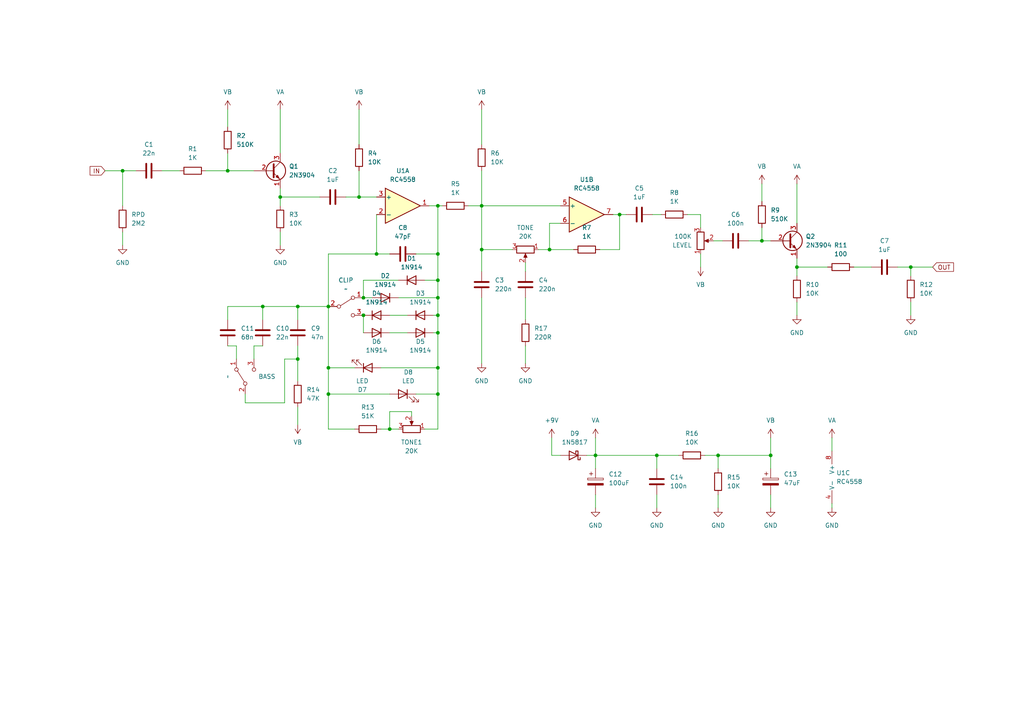
<source format=kicad_sch>
(kicad_sch (version 20230121) (generator eeschema)
  (paper "A4")
  (lib_symbols
    (symbol "+9V_1" (power) (pin_names (offset 0))
      (property "Value" "VA" (at 0 5.08 0))
      (symbol "+9V_1_0_1"
        (polyline (pts (xy -0.762 1.27) (xy 0 2.54)))
        (polyline (pts (xy 0 0) (xy 0 2.54)))
        (polyline (pts (xy 0 2.54) (xy 0.762 1.27)))
      )
      (symbol "+9V_1_1_1"
        (pin power_in line (at 0 0 90) (length 0) hide (name "VA") (number "1"))
      )
    )
    (symbol "+9V_2" (power) (pin_names (offset 0))
      (property "Value" "+9V_2" (at 0 5.08 0))
      (symbol "+9V_2_0_1"
        (polyline (pts (xy -0.762 1.27) (xy 0 2.54)))
        (polyline (pts (xy 0 0) (xy 0 2.54)))
        (polyline (pts (xy 0 2.54) (xy 0.762 1.27)))
      )
      (symbol "+9V_2_1_1"
        (pin power_in line (at 0 0 90) (length 0) hide (name "VB") (number "1"))
      )
    )
    (symbol "Amplifier_Operational:RC4558" (pin_names (offset 0.127))
      (property "Reference" "U" (at 0 5.08 0))
      (property "Value" "RC4558" (at 0 -5.08 0))
      (symbol "RC4558_1_1"
        (polyline (pts (xy -5.08 5.08) (xy 5.08 0) (xy -5.08 -5.08) (xy -5.08 5.08)) (stroke (width 0.254)) (fill (type background)))
        (pin output line (at 7.62 0 180) (length 2.54) (name "~") (number "1"))
        (pin input line (at -7.62 -2.54 0) (length 2.54) (name "-") (number "2"))
        (pin input line (at -7.62 2.54 0) (length 2.54) (name "+") (number "3"))
      )
      (symbol "RC4558_2_1"
        (polyline (pts (xy -5.08 5.08) (xy 5.08 0) (xy -5.08 -5.08) (xy -5.08 5.08)) (stroke (width 0.254)) (fill (type background)))
        (pin input line (at -7.62 2.54 0) (length 2.54) (name "+") (number "5"))
        (pin input line (at -7.62 -2.54 0) (length 2.54) (name "-") (number "6"))
        (pin output line (at 7.62 0 180) (length 2.54) (name "~") (number "7"))
      )
      (symbol "RC4558_3_1"
        (pin power_in line (at -2.54 -7.62 90) (length 3.81) (name "V-") (number "4"))
        (pin power_in line (at -2.54 7.62 270) (length 3.81) (name "V+") (number "8"))
      )
    )
    (symbol "Device:C" (pin_numbers hide) (pin_names (offset 0.254))
      (property "Reference" "C" (at 0.635 2.54 0))
      (property "Value" "C" (at 0.635 -2.54 0))
      (symbol "C_0_1"
        (polyline (pts (xy -2.032 -0.762) (xy 2.032 -0.762)) (stroke (width 0.508)))
        (polyline (pts (xy -2.032 0.762) (xy 2.032 0.762)) (stroke (width 0.508)))
      )
      (symbol "C_1_1"
        (pin passive line (at 0 3.81 270) (length 2.794) (name "~") (number "1"))
        (pin passive line (at 0 -3.81 90) (length 2.794) (name "~") (number "2"))
      )
    )
    (symbol "Device:C_Polarized" (pin_numbers hide) (pin_names (offset 0.254))
      (property "Reference" "C" (at 0.635 2.54 0))
      (property "Value" "C_Polarized" (at 0.635 -2.54 0))
      (symbol "C_Polarized_0_1"
        (rectangle (start -2.286 0.508) (end 2.286 1.016))
        (polyline (pts (xy -1.778 2.286) (xy -0.762 2.286)))
        (polyline (pts (xy -1.27 2.794) (xy -1.27 1.778)))
        (rectangle (start 2.286 -0.508) (end -2.286 -1.016) (fill (type outline)))
      )
      (symbol "C_Polarized_1_1"
        (pin passive line (at 0 3.81 270) (length 2.794) (name "~") (number "1"))
        (pin passive line (at 0 -3.81 90) (length 2.794) (name "~") (number "2"))
      )
    )
    (symbol "Device:LED" (pin_numbers hide) (pin_names (offset 1.016) hide)
      (property "Reference" "D" (at 0 2.54 0))
      (property "Value" "LED" (at 0 -2.54 0))
      (symbol "LED_0_1"
        (polyline (pts (xy -1.27 -1.27) (xy -1.27 1.27)) (stroke (width 0.254)))
        (polyline (pts (xy -1.27 0) (xy 1.27 0)))
        (polyline (pts (xy 1.27 -1.27) (xy 1.27 1.27) (xy -1.27 0) (xy 1.27 -1.27)) (stroke (width 0.254)))
        (polyline (pts (xy -3.048 -0.762) (xy -4.572 -2.286) (xy -3.81 -2.286) (xy -4.572 -2.286) (xy -4.572 -1.524)))
        (polyline (pts (xy -1.778 -0.762) (xy -3.302 -2.286) (xy -2.54 -2.286) (xy -3.302 -2.286) (xy -3.302 -1.524)))
      )
      (symbol "LED_1_1"
        (pin passive line (at -3.81 0 0) (length 2.54) (name "K") (number "1"))
        (pin passive line (at 3.81 0 180) (length 2.54) (name "A") (number "2"))
      )
    )
    (symbol "Device:R" (pin_numbers hide) (pin_names (offset 0))
      (property "Reference" "R" (at 2.032 0 90))
      (property "Value" "R" (at 0 0 90))
      (symbol "R_0_1"
        (rectangle (start -1.016 -2.54) (end 1.016 2.54) (stroke (width 0.254)))
      )
      (symbol "R_1_1"
        (pin passive line (at 0 3.81 270) (length 1.27) (name "~") (number "1"))
        (pin passive line (at 0 -3.81 90) (length 1.27) (name "~") (number "2"))
      )
    )
    (symbol "Device:R_Potentiometer" (pin_names (offset 1.016) hide)
      (property "Reference" "RV" (at -4.445 0 90))
      (property "Value" "R_Potentiometer" (at -2.54 0 90))
      (symbol "R_Potentiometer_0_1"
        (polyline (pts (xy 2.54 0) (xy 1.524 0)))
        (polyline (pts (xy 1.143 0) (xy 2.286 0.508) (xy 2.286 -0.508) (xy 1.143 0)) (fill (type outline)))
        (rectangle (start 1.016 2.54) (end -1.016 -2.54) (stroke (width 0.254)))
      )
      (symbol "R_Potentiometer_1_1"
        (pin passive line (at 0 3.81 270) (length 1.27) (name "1") (number "1"))
        (pin passive line (at 3.81 0 180) (length 1.27) (name "2") (number "2"))
        (pin passive line (at 0 -3.81 90) (length 1.27) (name "3") (number "3"))
      )
    )
    (symbol "Diode:1N5817" (pin_numbers hide) (pin_names (offset 1.016) hide)
      (property "Reference" "D" (at 0 2.54 0))
      (property "Value" "1N5817" (at 0 -2.54 0))
      (symbol "1N5817_0_1"
        (polyline (pts (xy 1.27 0) (xy -1.27 0)))
        (polyline (pts (xy 1.27 1.27) (xy 1.27 -1.27) (xy -1.27 0) (xy 1.27 1.27)) (stroke (width 0.254)))
        (polyline (pts (xy -1.905 0.635) (xy -1.905 1.27) (xy -1.27 1.27) (xy -1.27 -1.27) (xy -0.635 -1.27) (xy -0.635 -0.635)) (stroke (width 0.254)))
      )
      (symbol "1N5817_1_1"
        (pin passive line (at -3.81 0 0) (length 2.54) (name "K") (number "1"))
        (pin passive line (at 3.81 0 180) (length 2.54) (name "A") (number "2"))
      )
    )
    (symbol "Diode:1N914" (pin_numbers hide) (pin_names hide)
      (property "Reference" "D" (at 0 2.54 0))
      (property "Value" "1N914" (at 0 -2.54 0))
      (symbol "1N914_0_1"
        (polyline (pts (xy -1.27 1.27) (xy -1.27 -1.27)) (stroke (width 0.254)))
        (polyline (pts (xy 1.27 0) (xy -1.27 0)))
        (polyline (pts (xy 1.27 1.27) (xy 1.27 -1.27) (xy -1.27 0) (xy 1.27 1.27)) (stroke (width 0.254)))
      )
      (symbol "1N914_1_1"
        (pin passive line (at -3.81 0 0) (length 2.54) (name "K") (number "1"))
        (pin passive line (at 3.81 0 180) (length 2.54) (name "A") (number "2"))
      )
    )
    (symbol "Switch:SW_SPDT" (pin_names (offset 0) hide)
      (property "Reference" "SW" (at 0 4.318 0))
      (property "Value" "SW_SPDT" (at 0 -5.08 0))
      (symbol "SW_SPDT_0_0"
        (circle (center -2.032 0) (radius 0.508))
        (circle (center 2.032 -2.54) (radius 0.508))
      )
      (symbol "SW_SPDT_0_1"
        (polyline (pts (xy -1.524 0.254) (xy 1.651 2.286)))
        (circle (center 2.032 2.54) (radius 0.508))
      )
      (symbol "SW_SPDT_1_1"
        (pin passive line (at 5.08 2.54 180) (length 2.54) (name "A") (number "1"))
        (pin passive line (at -5.08 0 0) (length 2.54) (name "B") (number "2"))
        (pin passive line (at 5.08 -2.54 180) (length 2.54) (name "C") (number "3"))
      )
    )
    (symbol "Transistor_BJT:2N3904" (pin_names (offset 0) hide)
      (property "Reference" "Q" (at 5.08 1.905 0))
      (property "Value" "2N3904" (at 5.08 0 0))
      (symbol "2N3904_0_1"
        (polyline (pts (xy 0.635 0.635) (xy 2.54 2.54)))
        (polyline (pts (xy 0.635 -0.635) (xy 2.54 -2.54) (xy 2.54 -2.54)))
        (polyline (pts (xy 0.635 1.905) (xy 0.635 -1.905) (xy 0.635 -1.905)) (stroke (width 0.508)))
        (polyline (pts (xy 1.27 -1.778) (xy 1.778 -1.27) (xy 2.286 -2.286) (xy 1.27 -1.778) (xy 1.27 -1.778)) (fill (type outline)))
        (circle (center 1.27 0) (radius 2.8194) (stroke (width 0.254)))
      )
      (symbol "2N3904_1_1"
        (pin passive line (at 2.54 -5.08 90) (length 2.54) (name "E") (number "1"))
        (pin passive line (at -5.08 0 0) (length 5.715) (name "B") (number "2"))
        (pin passive line (at 2.54 5.08 270) (length 2.54) (name "C") (number "3"))
      )
    )
    (symbol "power:+9V" (power) (pin_names (offset 0))
      (property "Value" "+9V" (at 0 3.556 0))
      (symbol "+9V_0_1"
        (polyline (pts (xy -0.762 1.27) (xy 0 2.54)))
        (polyline (pts (xy 0 0) (xy 0 2.54)))
        (polyline (pts (xy 0 2.54) (xy 0.762 1.27)))
      )
      (symbol "+9V_1_1"
        (pin power_in line (at 0 0 90) (length 0) hide (name "+9V") (number "1"))
      )
    )
    (symbol "power:GND" (power) (pin_names (offset 0))
      (property "Value" "GND" (at 0 -3.81 0))
      (symbol "GND_0_1"
        (polyline (pts (xy 0 0) (xy 0 -1.27) (xy 1.27 -1.27) (xy 0 -2.54) (xy -1.27 -1.27) (xy 0 -1.27)))
      )
      (symbol "GND_1_1"
        (pin power_in line (at 0 0 270) (length 0) hide (name "GND") (number "1"))
      )
    )
  )
  (junction (at 113.03 124.46))
  (junction (at 159.385 72.39))
  (junction (at 127 59.69))
  (junction (at 223.52 132.08))
  (junction (at 81.28 57.15))
  (junction (at 127 73.66))
  (junction (at 127 106.68))
  (junction (at 220.98 69.85))
  (junction (at 127 114.3))
  (junction (at 86.36 88.9))
  (junction (at 95.25 88.9))
  (junction (at 190.5 132.08))
  (junction (at 231.14 77.47))
  (junction (at 105.41 86.36))
  (junction (at 127 86.36))
  (junction (at 76.2 88.9))
  (junction (at 104.14 57.15))
  (junction (at 109.22 73.66))
  (junction (at 95.25 114.3))
  (junction (at 172.72 132.08))
  (junction (at 95.25 106.68))
  (junction (at 105.41 91.44))
  (junction (at 35.56 49.53))
  (junction (at 86.36 104.14))
  (junction (at 139.7 59.69))
  (junction (at 127 96.52))
  (junction (at 127 91.44))
  (junction (at 66.04 49.53))
  (junction (at 139.7 72.39))
  (junction (at 179.705 62.23))
  (junction (at 208.28 132.08))
  (junction (at 264.16 77.47))
  (junction (at 127 81.28))
  (wire (pts (xy 177.8 62.23) (xy 179.705 62.23)))
  (wire (pts (xy 66.04 88.9) (xy 66.04 92.71)))
  (wire (pts (xy 127 59.69) (xy 127 73.66)))
  (wire (pts (xy 189.23 62.23) (xy 191.77 62.23)))
  (wire (pts (xy 110.49 106.68) (xy 127 106.68)))
  (wire (pts (xy 66.04 31.75) (xy 66.04 36.83)))
  (wire (pts (xy 139.7 59.69) (xy 139.7 72.39)))
  (wire (pts (xy 82.55 116.84) (xy 82.55 104.14)))
  (wire (pts (xy 71.12 114.3) (xy 71.12 116.84)))
  (wire (pts (xy 127 73.66) (xy 120.65 73.66)))
  (wire (pts (xy 264.16 87.63) (xy 264.16 91.44)))
  (wire (pts (xy 159.385 72.39) (xy 166.37 72.39)))
  (wire (pts (xy 86.36 88.9) (xy 86.36 92.71)))
  (wire (pts (xy 127 91.44) (xy 127 96.52)))
  (wire (pts (xy 220.98 53.34) (xy 220.98 58.42)))
  (wire (pts (xy 231.14 53.34) (xy 231.14 64.77)))
  (wire (pts (xy 241.3 146.05) (xy 241.3 147.32)))
  (wire (pts (xy 95.25 114.3) (xy 95.25 106.68)))
  (wire (pts (xy 127 86.36) (xy 127 91.44)))
  (wire (pts (xy 86.36 118.11) (xy 86.36 123.19)))
  (wire (pts (xy 127 114.3) (xy 127 124.46)))
  (wire (pts (xy 223.52 127) (xy 223.52 132.08)))
  (wire (pts (xy 179.705 62.23) (xy 181.61 62.23)))
  (wire (pts (xy 231.14 74.93) (xy 231.14 77.47)))
  (wire (pts (xy 127 59.69) (xy 128.27 59.69)))
  (wire (pts (xy 113.03 124.46) (xy 113.03 119.38)))
  (wire (pts (xy 124.46 59.69) (xy 127 59.69)))
  (wire (pts (xy 203.2 73.66) (xy 203.2 77.47)))
  (wire (pts (xy 95.25 73.66) (xy 95.25 88.9)))
  (wire (pts (xy 119.38 119.38) (xy 119.38 120.65)))
  (wire (pts (xy 109.22 73.66) (xy 113.03 73.66)))
  (wire (pts (xy 81.28 67.31) (xy 81.28 71.12)))
  (wire (pts (xy 190.5 143.51) (xy 190.5 147.32)))
  (wire (pts (xy 81.28 54.61) (xy 81.28 57.15)))
  (wire (pts (xy 139.7 72.39) (xy 139.7 78.74)))
  (wire (pts (xy 66.04 49.53) (xy 73.66 49.53)))
  (wire (pts (xy 59.69 49.53) (xy 66.04 49.53)))
  (wire (pts (xy 35.56 67.31) (xy 35.56 71.12)))
  (wire (pts (xy 223.52 143.51) (xy 223.52 147.32)))
  (wire (pts (xy 39.37 49.53) (xy 35.56 49.53)))
  (wire (pts (xy 152.4 100.33) (xy 152.4 105.41)))
  (wire (pts (xy 73.66 100.33) (xy 73.66 104.14)))
  (wire (pts (xy 68.58 100.33) (xy 68.58 104.14)))
  (wire (pts (xy 127 73.66) (xy 127 81.28)))
  (wire (pts (xy 86.36 88.9) (xy 76.2 88.9)))
  (wire (pts (xy 81.28 31.75) (xy 81.28 44.45)))
  (wire (pts (xy 110.49 124.46) (xy 113.03 124.46)))
  (wire (pts (xy 139.7 59.69) (xy 162.56 59.69)))
  (wire (pts (xy 46.99 49.53) (xy 52.07 49.53)))
  (wire (pts (xy 115.57 86.36) (xy 127 86.36)))
  (wire (pts (xy 190.5 132.08) (xy 190.5 135.89)))
  (wire (pts (xy 105.41 86.36) (xy 107.95 86.36)))
  (wire (pts (xy 159.385 64.77) (xy 159.385 72.39)))
  (wire (pts (xy 152.4 86.36) (xy 152.4 92.71)))
  (wire (pts (xy 113.03 124.46) (xy 115.57 124.46)))
  (wire (pts (xy 109.22 73.66) (xy 95.25 73.66)))
  (wire (pts (xy 105.41 91.44) (xy 105.41 96.52)))
  (wire (pts (xy 179.705 72.39) (xy 173.99 72.39)))
  (wire (pts (xy 204.47 132.08) (xy 208.28 132.08)))
  (wire (pts (xy 208.28 132.08) (xy 223.52 132.08)))
  (wire (pts (xy 66.04 44.45) (xy 66.04 49.53)))
  (wire (pts (xy 208.28 132.08) (xy 208.28 135.89)))
  (wire (pts (xy 82.55 104.14) (xy 86.36 104.14)))
  (wire (pts (xy 223.52 132.08) (xy 223.52 135.89)))
  (wire (pts (xy 86.36 104.14) (xy 86.36 110.49)))
  (wire (pts (xy 160.02 127) (xy 160.02 132.08)))
  (wire (pts (xy 139.7 31.75) (xy 139.7 41.91)))
  (wire (pts (xy 95.25 106.68) (xy 102.87 106.68)))
  (wire (pts (xy 102.87 124.46) (xy 95.25 124.46)))
  (wire (pts (xy 35.56 49.53) (xy 35.56 59.69)))
  (wire (pts (xy 95.25 88.9) (xy 95.25 106.68)))
  (wire (pts (xy 208.28 143.51) (xy 208.28 147.32)))
  (wire (pts (xy 179.705 62.23) (xy 179.705 72.39)))
  (wire (pts (xy 170.18 132.08) (xy 172.72 132.08)))
  (wire (pts (xy 104.14 57.15) (xy 109.22 57.15)))
  (wire (pts (xy 199.39 62.23) (xy 203.2 62.23)))
  (wire (pts (xy 109.22 62.23) (xy 109.22 73.66)))
  (wire (pts (xy 127 81.28) (xy 127 86.36)))
  (wire (pts (xy 160.02 132.08) (xy 162.56 132.08)))
  (wire (pts (xy 247.65 77.47) (xy 252.73 77.47)))
  (wire (pts (xy 81.28 57.15) (xy 81.28 59.69)))
  (wire (pts (xy 66.04 100.33) (xy 68.58 100.33)))
  (wire (pts (xy 125.73 91.44) (xy 127 91.44)))
  (wire (pts (xy 172.72 132.08) (xy 190.5 132.08)))
  (wire (pts (xy 190.5 132.08) (xy 196.85 132.08)))
  (wire (pts (xy 162.56 64.77) (xy 159.385 64.77)))
  (wire (pts (xy 125.73 96.52) (xy 127 96.52)))
  (wire (pts (xy 264.16 77.47) (xy 264.16 80.01)))
  (wire (pts (xy 86.36 100.33) (xy 86.36 104.14)))
  (wire (pts (xy 71.12 116.84) (xy 82.55 116.84)))
  (wire (pts (xy 172.72 143.51) (xy 172.72 147.32)))
  (wire (pts (xy 105.41 81.28) (xy 105.41 86.36)))
  (wire (pts (xy 95.25 124.46) (xy 95.25 114.3)))
  (wire (pts (xy 120.65 114.3) (xy 127 114.3)))
  (wire (pts (xy 113.03 114.3) (xy 95.25 114.3)))
  (wire (pts (xy 152.4 76.2) (xy 152.4 78.74)))
  (wire (pts (xy 260.35 77.47) (xy 264.16 77.47)))
  (wire (pts (xy 220.98 69.85) (xy 223.52 69.85)))
  (wire (pts (xy 127 106.68) (xy 127 114.3)))
  (wire (pts (xy 76.2 88.9) (xy 66.04 88.9)))
  (wire (pts (xy 139.7 86.36) (xy 139.7 105.41)))
  (wire (pts (xy 113.03 119.38) (xy 119.38 119.38)))
  (wire (pts (xy 76.2 100.33) (xy 73.66 100.33)))
  (wire (pts (xy 203.2 62.23) (xy 203.2 66.04)))
  (wire (pts (xy 135.89 59.69) (xy 139.7 59.69)))
  (wire (pts (xy 113.03 91.44) (xy 118.11 91.44)))
  (wire (pts (xy 217.17 69.85) (xy 220.98 69.85)))
  (wire (pts (xy 139.7 49.53) (xy 139.7 59.69)))
  (wire (pts (xy 264.16 77.47) (xy 270.51 77.47)))
  (wire (pts (xy 220.98 66.04) (xy 220.98 69.85)))
  (wire (pts (xy 104.14 49.53) (xy 104.14 57.15)))
  (wire (pts (xy 231.14 77.47) (xy 240.03 77.47)))
  (wire (pts (xy 76.2 88.9) (xy 76.2 92.71)))
  (wire (pts (xy 123.19 81.28) (xy 127 81.28)))
  (wire (pts (xy 231.14 87.63) (xy 231.14 91.44)))
  (wire (pts (xy 104.14 31.75) (xy 104.14 41.91)))
  (wire (pts (xy 231.14 77.47) (xy 231.14 80.01)))
  (wire (pts (xy 148.59 72.39) (xy 139.7 72.39)))
  (wire (pts (xy 100.33 57.15) (xy 104.14 57.15)))
  (wire (pts (xy 172.72 132.08) (xy 172.72 135.89)))
  (wire (pts (xy 81.28 57.15) (xy 92.71 57.15)))
  (wire (pts (xy 172.72 127) (xy 172.72 132.08)))
  (wire (pts (xy 30.48 49.53) (xy 35.56 49.53)))
  (wire (pts (xy 241.3 127) (xy 241.3 130.81)))
  (wire (pts (xy 127 124.46) (xy 123.19 124.46)))
  (wire (pts (xy 127 96.52) (xy 127 106.68)))
  (wire (pts (xy 156.21 72.39) (xy 159.385 72.39)))
  (wire (pts (xy 115.57 81.28) (xy 105.41 81.28)))
  (wire (pts (xy 207.01 69.85) (xy 209.55 69.85)))
  (wire (pts (xy 118.11 96.52) (xy 113.03 96.52)))
  (wire (pts (xy 95.25 88.9) (xy 86.36 88.9)))
  (global_label "OUT" (shape input) (at 270.51 77.47 0) (property "Intersheetrefs" "${INTERSHEET_REFS}" (effects hide)))
  (global_label "IN" (shape input) (at 30.48 49.53 180) (property "Intersheetrefs" "${INTERSHEET_REFS}" (effects hide)))
  (symbol (lib_id "power:GND") (at 223.52 147.32 0) (unit 1)
    (property "Reference" "#PWR012" (effects hide))
    (property "Value" "GND" (at 223.52 152.4 0))
  )
  (symbol (lib_id "Device:C") (at 116.84 73.66 90) (unit 1)
    (property "Reference" "C8" (at 116.84 66.04 90))
    (property "Value" "47pF" (at 116.84 68.58 90))
  )
  (symbol (lib_id "Amplifier_Operational:RC4558") (at 170.18 62.23 0) (unit 2)
    (property "Reference" "U1" (at 170.18 52.07 0))
    (property "Value" "RC4558" (at 170.18 54.61 0))
    (property "Datasheet" "http://www.ti.com/lit/ds/symlink/rc4558.pdf" (effects hide))
  )
  (symbol (lib_id "Device:C") (at 185.42 62.23 90) (unit 1)
    (property "Reference" "C5" (at 185.42 54.61 90))
    (property "Value" "1uF" (at 185.42 57.15 90))
  )
  (symbol (lib_id "Device:R") (at 139.7 45.72 180) (unit 1)
    (property "Reference" "R6" (at 142.24 44.45 0) (effects (justify right)))
    (property "Value" "10K" (at 142.24 46.99 0) (effects (justify right)))
  )
  (symbol (lib_id "power:GND") (at 35.56 71.12 0) (unit 1)
    (property "Reference" "#PWR01" (effects hide))
    (property "Value" "GND" (at 35.56 76.2 0))
  )
  (symbol (lib_name "+9V_1") (lib_id "power:+9V") (at 172.72 127 0) (unit 1)
    (property "Reference" "#PWR013" (effects hide))
    (property "Value" "VA" (at 172.72 121.92 0))
  )
  (symbol (lib_id "Diode:1N914") (at 119.38 81.28 0) (unit 1)
    (property "Reference" "D1" (at 119.38 74.93 0))
    (property "Value" "1N914" (at 119.38 77.47 0))
    (property "Footprint" "Diode_THT:D_DO-35_SOD27_P7.62mm_Horizontal" (effects hide))
    (property "Datasheet" "http://www.vishay.com/docs/85622/1n914.pdf" (effects hide))
    (property "Sim.Device" "D" (effects hide))
    (property "Sim.Pins" "1=K 2=A" (effects hide))
  )
  (symbol (lib_id "power:GND") (at 231.14 91.44 0) (unit 1)
    (property "Reference" "#PWR06" (effects hide))
    (property "Value" "GND" (at 231.14 96.52 0))
  )
  (symbol (lib_name "+9V_1") (lib_id "power:+9V") (at 231.14 53.34 0) (unit 1)
    (property "Reference" "#PWR020" (effects hide))
    (property "Value" "VA" (at 231.14 48.26 0))
  )
  (symbol (lib_id "power:GND") (at 172.72 147.32 0) (unit 1)
    (property "Reference" "#PWR09" (effects hide))
    (property "Value" "GND" (at 172.72 152.4 0))
  )
  (symbol (lib_id "power:GND") (at 208.28 147.32 0) (unit 1)
    (property "Reference" "#PWR011" (effects hide))
    (property "Value" "GND" (at 208.28 152.4 0))
  )
  (symbol (lib_id "Device:LED") (at 106.68 106.68 0) (mirror x) (unit 1)
    (property "Reference" "D7" (at 105.0925 113.03 0))
    (property "Value" "LED" (at 105.0925 110.49 0))
  )
  (symbol (lib_id "Transistor_BJT:2N3904") (at 78.74 49.53 0) (unit 1)
    (property "Reference" "Q1" (at 83.82 48.26 0) (effects (justify left)))
    (property "Value" "2N3904" (at 83.82 50.8 0) (effects (justify left)))
    (property "Footprint" "Package_TO_SOT_THT:TO-92_Inline" (effects hide))
    (property "Datasheet" "https://www.onsemi.com/pub/Collateral/2N3903-D.PDF" (effects hide))
  )
  (symbol (lib_id "Device:R") (at 86.36 114.3 180) (unit 1)
    (property "Reference" "R14" (at 88.9 113.03 0) (effects (justify right)))
    (property "Value" "47K" (at 88.9 115.57 0) (effects (justify right)))
  )
  (symbol (lib_name "+9V_2") (lib_id "power:+9V") (at 104.14 31.75 0) (unit 1)
    (property "Reference" "#PWR017" (effects hide))
    (property "Value" "VB" (at 104.14 26.67 0))
  )
  (symbol (lib_id "power:GND") (at 152.4 105.41 0) (unit 1)
    (property "Reference" "#PWR05" (effects hide))
    (property "Value" "GND" (at 152.4 110.49 0))
  )
  (symbol (lib_id "Device:C") (at 43.18 49.53 90) (unit 1)
    (property "Reference" "C1" (at 43.18 41.91 90))
    (property "Value" "22n" (at 43.18 44.45 90))
  )
  (symbol (lib_id "power:+9V") (at 160.02 127 0) (unit 1)
    (property "Reference" "#PWR08" (effects hide))
    (property "Value" "+9V" (at 160.02 121.92 0))
  )
  (symbol (lib_id "Device:R") (at 104.14 45.72 180) (unit 1)
    (property "Reference" "R4" (at 106.68 44.45 0) (effects (justify right)))
    (property "Value" "10K" (at 106.68 46.99 0) (effects (justify right)))
  )
  (symbol (lib_id "Device:C") (at 86.36 96.52 180) (unit 1)
    (property "Reference" "C9" (at 90.17 95.25 0) (effects (justify right)))
    (property "Value" "47n" (at 90.17 97.79 0) (effects (justify right)))
  )
  (symbol (lib_id "Device:C") (at 139.7 82.55 180) (unit 1)
    (property "Reference" "C3" (at 143.51 81.28 0) (effects (justify right)))
    (property "Value" "220n" (at 143.51 83.82 0) (effects (justify right)))
  )
  (symbol (lib_id "Device:C") (at 190.5 139.7 0) (unit 1)
    (property "Reference" "C14" (at 194.31 138.43 0) (effects (justify left)))
    (property "Value" "100n" (at 194.31 140.97 0) (effects (justify left)))
  )
  (symbol (lib_id "Device:R") (at 200.66 132.08 90) (unit 1)
    (property "Reference" "R16" (at 200.66 125.73 90))
    (property "Value" "10K" (at 200.66 128.27 90))
  )
  (symbol (lib_id "Device:LED") (at 116.84 114.3 0) (mirror y) (unit 1)
    (property "Reference" "D8" (at 118.4275 107.95 0))
    (property "Value" "LED" (at 118.4275 110.49 0))
  )
  (symbol (lib_id "Device:C") (at 256.54 77.47 90) (unit 1)
    (property "Reference" "C7" (at 256.54 69.85 90))
    (property "Value" "1uF" (at 256.54 72.39 90))
  )
  (symbol (lib_name "+9V_2") (lib_id "power:+9V") (at 203.2 77.47 180) (unit 1)
    (property "Reference" "#PWR022" (effects hide))
    (property "Value" "VB" (at 203.2 82.55 0))
  )
  (symbol (lib_id "Device:C") (at 152.4 82.55 180) (unit 1)
    (property "Reference" "C4" (at 156.21 81.28 0) (effects (justify right)))
    (property "Value" "220n" (at 156.21 83.82 0) (effects (justify right)))
  )
  (symbol (lib_id "Device:R") (at 106.68 124.46 90) (unit 1)
    (property "Reference" "R13" (at 106.68 118.11 90))
    (property "Value" "51K" (at 106.68 120.65 90))
  )
  (symbol (lib_id "Device:R") (at 81.28 63.5 180) (unit 1)
    (property "Reference" "R3" (at 83.82 62.23 0) (effects (justify right)))
    (property "Value" "10K" (at 83.82 64.77 0) (effects (justify right)))
  )
  (symbol (lib_id "Device:R") (at 35.56 63.5 180) (unit 1)
    (property "Reference" "RPD" (at 38.1 62.23 0) (effects (justify right)))
    (property "Value" "2M2" (at 38.1 64.77 0) (effects (justify right)))
  )
  (symbol (lib_name "+9V_2") (lib_id "power:+9V") (at 86.36 123.19 180) (unit 1)
    (property "Reference" "#PWR021" (effects hide))
    (property "Value" "VB" (at 86.36 128.27 0))
  )
  (symbol (lib_id "Amplifier_Operational:RC4558") (at 243.84 138.43 0) (unit 3)
    (property "Reference" "U1" (at 242.57 137.16 0) (effects (justify left)))
    (property "Value" "RC4558" (at 242.57 139.7 0) (effects (justify left)))
    (property "Datasheet" "http://www.ti.com/lit/ds/symlink/rc4558.pdf" (effects hide))
  )
  (symbol (lib_id "Device:R") (at 220.98 62.23 180) (unit 1)
    (property "Reference" "R9" (at 223.52 60.96 0) (effects (justify right)))
    (property "Value" "510K" (at 223.52 63.5 0) (effects (justify right)))
  )
  (symbol (lib_id "Device:C") (at 76.2 96.52 180) (unit 1)
    (property "Reference" "C10" (at 80.01 95.25 0) (effects (justify right)))
    (property "Value" "22n" (at 80.01 97.79 0) (effects (justify right)))
  )
  (symbol (lib_id "Switch:SW_SPDT") (at 71.12 109.22 90) (unit 1)
    (property "Reference" "BASS" (at 74.93 109.22 90) (effects (justify right)))
    (property "Value" "~" (at 66.04 109.22 0))
  )
  (symbol (lib_name "+9V_1") (lib_id "power:+9V") (at 241.3 127 0) (unit 1)
    (property "Reference" "#PWR023" (effects hide))
    (property "Value" "VA" (at 241.3 121.92 0))
  )
  (symbol (lib_id "Diode:1N914") (at 109.22 91.44 0) (unit 1)
    (property "Reference" "D4" (at 109.22 85.09 0))
    (property "Value" "1N914" (at 109.22 87.63 0))
    (property "Footprint" "Diode_THT:D_DO-35_SOD27_P7.62mm_Horizontal" (effects hide))
    (property "Datasheet" "http://www.vishay.com/docs/85622/1n914.pdf" (effects hide))
    (property "Sim.Device" "D" (effects hide))
    (property "Sim.Pins" "1=K 2=A" (effects hide))
  )
  (symbol (lib_id "Diode:1N5817") (at 166.37 132.08 180) (unit 1)
    (property "Reference" "D9" (at 166.6875 125.73 0))
    (property "Value" "1N5817" (at 166.6875 128.27 0))
    (property "Footprint" "Diode_THT:D_DO-41_SOD81_P10.16mm_Horizontal" (effects hide))
    (property "Datasheet" "http://www.vishay.com/docs/88525/1n5817.pdf" (effects hide))
  )
  (symbol (lib_id "Device:R") (at 152.4 96.52 180) (unit 1)
    (property "Reference" "R17" (at 154.94 95.25 0) (effects (justify right)))
    (property "Value" "220R" (at 154.94 97.79 0) (effects (justify right)))
  )
  (symbol (lib_id "Diode:1N914") (at 121.92 91.44 0) (unit 1)
    (property "Reference" "D3" (at 121.92 85.09 0))
    (property "Value" "1N914" (at 121.92 87.63 0))
    (property "Footprint" "Diode_THT:D_DO-35_SOD27_P7.62mm_Horizontal" (effects hide))
    (property "Datasheet" "http://www.vishay.com/docs/85622/1n914.pdf" (effects hide))
    (property "Sim.Device" "D" (effects hide))
    (property "Sim.Pins" "1=K 2=A" (effects hide))
  )
  (symbol (lib_id "Device:R") (at 243.84 77.47 90) (unit 1)
    (property "Reference" "R11" (at 243.84 71.12 90))
    (property "Value" "100" (at 243.84 73.66 90))
  )
  (symbol (lib_id "power:GND") (at 139.7 105.41 0) (unit 1)
    (property "Reference" "#PWR04" (effects hide))
    (property "Value" "GND" (at 139.7 110.49 0))
  )
  (symbol (lib_id "Device:C_Polarized") (at 172.72 139.7 0) (unit 1)
    (property "Reference" "C12" (at 176.53 137.541 0) (effects (justify left)))
    (property "Value" "100uF" (at 176.53 140.081 0) (effects (justify left)))
  )
  (symbol (lib_id "power:GND") (at 81.28 71.12 0) (unit 1)
    (property "Reference" "#PWR02" (effects hide))
    (property "Value" "GND" (at 81.28 76.2 0))
  )
  (symbol (lib_id "Device:R") (at 66.04 40.64 180) (unit 1)
    (property "Reference" "R2" (at 68.58 39.37 0) (effects (justify right)))
    (property "Value" "510K" (at 68.58 41.91 0) (effects (justify right)))
  )
  (symbol (lib_id "Amplifier_Operational:RC4558") (at 116.84 59.69 0) (unit 1)
    (property "Reference" "U1" (at 116.84 49.53 0))
    (property "Value" "RC4558" (at 116.84 52.07 0))
    (property "Datasheet" "http://www.ti.com/lit/ds/symlink/rc4558.pdf" (effects hide))
  )
  (symbol (lib_id "Device:R") (at 195.58 62.23 90) (unit 1)
    (property "Reference" "R8" (at 195.58 55.88 90))
    (property "Value" "1K" (at 195.58 58.42 90))
  )
  (symbol (lib_id "Diode:1N914") (at 109.22 96.52 180) (unit 1)
    (property "Reference" "D6" (at 109.22 99.06 0))
    (property "Value" "1N914" (at 109.22 101.6 0))
    (property "Footprint" "Diode_THT:D_DO-35_SOD27_P7.62mm_Horizontal" (effects hide))
    (property "Datasheet" "http://www.vishay.com/docs/85622/1n914.pdf" (effects hide))
    (property "Sim.Device" "D" (effects hide))
    (property "Sim.Pins" "1=K 2=A" (effects hide))
  )
  (symbol (lib_id "Device:R") (at 208.28 139.7 0) (unit 1)
    (property "Reference" "R15" (at 210.82 138.43 0) (effects (justify left)))
    (property "Value" "10K" (at 210.82 140.97 0) (effects (justify left)))
  )
  (symbol (lib_id "Diode:1N914") (at 111.76 86.36 180) (unit 1)
    (property "Reference" "D2" (at 111.76 80.01 0))
    (property "Value" "1N914" (at 111.76 82.55 0))
    (property "Footprint" "Diode_THT:D_DO-35_SOD27_P7.62mm_Horizontal" (effects hide))
    (property "Datasheet" "http://www.vishay.com/docs/85622/1n914.pdf" (effects hide))
    (property "Sim.Device" "D" (effects hide))
    (property "Sim.Pins" "1=K 2=A" (effects hide))
  )
  (symbol (lib_id "Device:C") (at 96.52 57.15 90) (unit 1)
    (property "Reference" "C2" (at 96.52 49.53 90))
    (property "Value" "1uF" (at 96.52 52.07 90))
  )
  (symbol (lib_id "Device:R") (at 132.08 59.69 90) (unit 1)
    (property "Reference" "R5" (at 132.08 53.34 90))
    (property "Value" "1K" (at 132.08 55.88 90))
  )
  (symbol (lib_id "Device:R") (at 170.18 72.39 90) (unit 1)
    (property "Reference" "R7" (at 170.18 66.04 90))
    (property "Value" "1K" (at 170.18 68.58 90))
  )
  (symbol (lib_id "Device:C_Polarized") (at 223.52 139.7 0) (unit 1)
    (property "Reference" "C13" (at 227.33 137.541 0) (effects (justify left)))
    (property "Value" "47uF" (at 227.33 140.081 0) (effects (justify left)))
  )
  (symbol (lib_name "+9V_2") (lib_id "power:+9V") (at 66.04 31.75 0) (unit 1)
    (property "Reference" "#PWR016" (effects hide))
    (property "Value" "VB" (at 66.04 26.67 0))
  )
  (symbol (lib_id "power:GND") (at 190.5 147.32 0) (unit 1)
    (property "Reference" "#PWR010" (effects hide))
    (property "Value" "GND" (at 190.5 152.4 0))
  )
  (symbol (lib_name "+9V_2") (lib_id "power:+9V") (at 220.98 53.34 0) (unit 1)
    (property "Reference" "#PWR019" (effects hide))
    (property "Value" "VB" (at 220.98 48.26 0))
  )
  (symbol (lib_id "Device:R_Potentiometer") (at 152.4 72.39 270) (unit 1)
    (property "Reference" "TONE" (at 152.4 66.04 90))
    (property "Value" "20K" (at 152.4 68.58 90))
  )
  (symbol (lib_name "+9V_2") (lib_id "power:+9V") (at 139.7 31.75 0) (unit 1)
    (property "Reference" "#PWR018" (effects hide))
    (property "Value" "VB" (at 139.7 26.67 0))
  )
  (symbol (lib_id "power:GND") (at 264.16 91.44 0) (unit 1)
    (property "Reference" "#PWR07" (effects hide))
    (property "Value" "GND" (at 264.16 96.52 0))
  )
  (symbol (lib_name "+9V_1") (lib_id "power:+9V") (at 81.28 31.75 0) (unit 1)
    (property "Reference" "#PWR015" (effects hide))
    (property "Value" "VA" (at 81.28 26.67 0))
  )
  (symbol (lib_name "+9V_2") (lib_id "power:+9V") (at 223.52 127 0) (unit 1)
    (property "Reference" "#PWR014" (effects hide))
    (property "Value" "VB" (at 223.52 121.92 0))
  )
  (symbol (lib_id "Device:R_Potentiometer") (at 119.38 124.46 270) (mirror x) (unit 1)
    (property "Reference" "TONE1" (at 119.38 128.27 90))
    (property "Value" "20K" (at 119.38 130.81 90))
  )
  (symbol (lib_id "Transistor_BJT:2N3904") (at 228.6 69.85 0) (unit 1)
    (property "Reference" "Q2" (at 233.68 68.58 0) (effects (justify left)))
    (property "Value" "2N3904" (at 233.68 71.12 0) (effects (justify left)))
    (property "Footprint" "Package_TO_SOT_THT:TO-92_Inline" (effects hide))
    (property "Datasheet" "https://www.onsemi.com/pub/Collateral/2N3903-D.PDF" (effects hide))
  )
  (symbol (lib_id "Device:C") (at 213.36 69.85 90) (unit 1)
    (property "Reference" "C6" (at 213.36 62.23 90))
    (property "Value" "100n" (at 213.36 64.77 90))
  )
  (symbol (lib_id "Device:C") (at 66.04 96.52 180) (unit 1)
    (property "Reference" "C11" (at 69.85 95.25 0) (effects (justify right)))
    (property "Value" "68n" (at 69.85 97.79 0) (effects (justify right)))
  )
  (symbol (lib_id "Device:R") (at 55.88 49.53 90) (unit 1)
    (property "Reference" "R1" (at 55.88 43.18 90))
    (property "Value" "1K" (at 55.88 45.72 90))
  )
  (symbol (lib_id "Device:R_Potentiometer") (at 203.2 69.85 0) (mirror x) (unit 1)
    (property "Reference" "LEVEL" (at 200.66 71.12 0) (effects (justify right)))
    (property "Value" "100K" (at 200.66 68.58 0) (effects (justify right)))
  )
  (symbol (lib_id "Switch:SW_SPDT") (at 100.33 88.9 0) (unit 1)
    (property "Reference" "CLIP" (at 100.33 81.28 0))
    (property "Value" "~" (at 100.33 83.82 0))
  )
  (symbol (lib_id "Diode:1N914") (at 121.92 96.52 180) (unit 1)
    (property "Reference" "D5" (at 121.92 99.06 0))
    (property "Value" "1N914" (at 121.92 101.6 0))
    (property "Footprint" "Diode_THT:D_DO-35_SOD27_P7.62mm_Horizontal" (effects hide))
    (property "Datasheet" "http://www.vishay.com/docs/85622/1n914.pdf" (effects hide))
    (property "Sim.Device" "D" (effects hide))
    (property "Sim.Pins" "1=K 2=A" (effects hide))
  )
  (symbol (lib_id "Device:R") (at 231.14 83.82 180) (unit 1)
    (property "Reference" "R10" (at 233.68 82.55 0) (effects (justify right)))
    (property "Value" "10K" (at 233.68 85.09 0) (effects (justify right)))
  )
  (symbol (lib_id "power:GND") (at 241.3 147.32 0) (unit 1)
    (property "Reference" "#PWR03" (effects hide))
    (property "Value" "GND" (at 241.3 152.4 0))
  )
  (symbol (lib_id "Device:R") (at 264.16 83.82 180) (unit 1)
    (property "Reference" "R12" (at 266.7 82.55 0) (effects (justify right)))
    (property "Value" "10K" (at 266.7 85.09 0) (effects (justify right)))
  )
)
</source>
